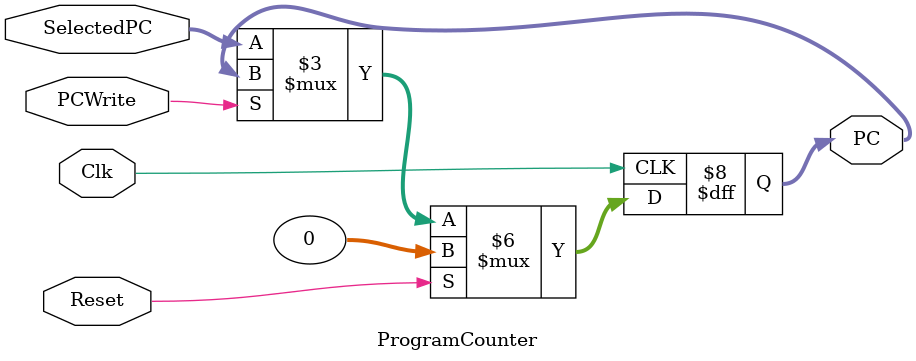
<source format=v>
`timescale 1ns / 1ps


module ProgramCounter(input Reset,PCWrite, Clk,input [31:0] SelectedPC,output reg [31:0] PC);

always@(posedge Clk)
begin
    if(Reset)
        PC<=32'd0;
    else if(PCWrite)
        PC<=PC;
    else
        PC<=SelectedPC;
end
endmodule
</source>
